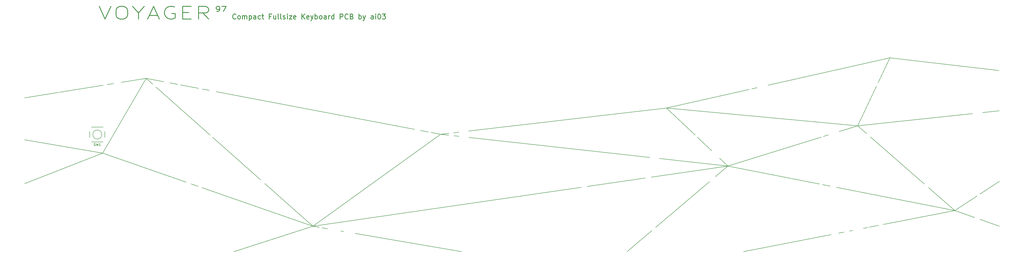
<source format=gto>
G04 #@! TF.GenerationSoftware,KiCad,Pcbnew,(5.0.0)*
G04 #@! TF.CreationDate,2018-11-09T00:57:33-08:00*
G04 #@! TF.ProjectId,Voyager97,566F796167657239372E6B696361645F,rev?*
G04 #@! TF.SameCoordinates,Original*
G04 #@! TF.FileFunction,Legend,Top*
G04 #@! TF.FilePolarity,Positive*
%FSLAX46Y46*%
G04 Gerber Fmt 4.6, Leading zero omitted, Abs format (unit mm)*
G04 Created by KiCad (PCBNEW (5.0.0)) date 11/09/18 00:57:33*
%MOMM*%
%LPD*%
G01*
G04 APERTURE LIST*
%ADD10C,0.200000*%
%ADD11C,0.300000*%
%ADD12C,0.150000*%
%ADD13C,2.150000*%
%ADD14C,4.387800*%
%ADD15C,3.448000*%
%ADD16C,2.200000*%
%ADD17O,1.400000X2.000000*%
%ADD18O,1.400000X2.500000*%
%ADD19C,1.050000*%
G04 APERTURE END LIST*
D10*
X403733000Y-130429000D02*
X421513000Y-136652000D01*
X403733000Y-130429000D02*
X421513000Y-118745000D01*
X403733000Y-130429000D02*
X319405000Y-146812000D01*
X364998000Y-96520000D02*
X403733000Y-130429000D01*
X313182000Y-112649000D02*
X403733000Y-130429000D01*
X313182000Y-112649000D02*
X364998000Y-96520000D01*
X288671000Y-89408000D02*
X364998000Y-96520000D01*
D11*
X116811904Y-53673285D02*
X116716666Y-53768523D01*
X116430952Y-53863761D01*
X116240476Y-53863761D01*
X115954761Y-53768523D01*
X115764285Y-53578047D01*
X115669047Y-53387571D01*
X115573809Y-53006619D01*
X115573809Y-52720904D01*
X115669047Y-52339952D01*
X115764285Y-52149476D01*
X115954761Y-51959000D01*
X116240476Y-51863761D01*
X116430952Y-51863761D01*
X116716666Y-51959000D01*
X116811904Y-52054238D01*
X117954761Y-53863761D02*
X117764285Y-53768523D01*
X117669047Y-53673285D01*
X117573809Y-53482809D01*
X117573809Y-52911380D01*
X117669047Y-52720904D01*
X117764285Y-52625666D01*
X117954761Y-52530428D01*
X118240476Y-52530428D01*
X118430952Y-52625666D01*
X118526190Y-52720904D01*
X118621428Y-52911380D01*
X118621428Y-53482809D01*
X118526190Y-53673285D01*
X118430952Y-53768523D01*
X118240476Y-53863761D01*
X117954761Y-53863761D01*
X119478571Y-53863761D02*
X119478571Y-52530428D01*
X119478571Y-52720904D02*
X119573809Y-52625666D01*
X119764285Y-52530428D01*
X120049999Y-52530428D01*
X120240476Y-52625666D01*
X120335714Y-52816142D01*
X120335714Y-53863761D01*
X120335714Y-52816142D02*
X120430952Y-52625666D01*
X120621428Y-52530428D01*
X120907142Y-52530428D01*
X121097619Y-52625666D01*
X121192857Y-52816142D01*
X121192857Y-53863761D01*
X122145238Y-52530428D02*
X122145238Y-54530428D01*
X122145238Y-52625666D02*
X122335714Y-52530428D01*
X122716666Y-52530428D01*
X122907142Y-52625666D01*
X123002380Y-52720904D01*
X123097619Y-52911380D01*
X123097619Y-53482809D01*
X123002380Y-53673285D01*
X122907142Y-53768523D01*
X122716666Y-53863761D01*
X122335714Y-53863761D01*
X122145238Y-53768523D01*
X124811904Y-53863761D02*
X124811904Y-52816142D01*
X124716666Y-52625666D01*
X124526190Y-52530428D01*
X124145238Y-52530428D01*
X123954761Y-52625666D01*
X124811904Y-53768523D02*
X124621428Y-53863761D01*
X124145238Y-53863761D01*
X123954761Y-53768523D01*
X123859523Y-53578047D01*
X123859523Y-53387571D01*
X123954761Y-53197095D01*
X124145238Y-53101857D01*
X124621428Y-53101857D01*
X124811904Y-53006619D01*
X126621428Y-53768523D02*
X126430952Y-53863761D01*
X126049999Y-53863761D01*
X125859523Y-53768523D01*
X125764285Y-53673285D01*
X125669047Y-53482809D01*
X125669047Y-52911380D01*
X125764285Y-52720904D01*
X125859523Y-52625666D01*
X126049999Y-52530428D01*
X126430952Y-52530428D01*
X126621428Y-52625666D01*
X127192857Y-52530428D02*
X127954761Y-52530428D01*
X127478571Y-51863761D02*
X127478571Y-53578047D01*
X127573809Y-53768523D01*
X127764285Y-53863761D01*
X127954761Y-53863761D01*
X130811904Y-52816142D02*
X130145238Y-52816142D01*
X130145238Y-53863761D02*
X130145238Y-51863761D01*
X131097619Y-51863761D01*
X132716666Y-52530428D02*
X132716666Y-53863761D01*
X131859523Y-52530428D02*
X131859523Y-53578047D01*
X131954761Y-53768523D01*
X132145238Y-53863761D01*
X132430952Y-53863761D01*
X132621428Y-53768523D01*
X132716666Y-53673285D01*
X133954761Y-53863761D02*
X133764285Y-53768523D01*
X133669047Y-53578047D01*
X133669047Y-51863761D01*
X135002380Y-53863761D02*
X134811904Y-53768523D01*
X134716666Y-53578047D01*
X134716666Y-51863761D01*
X135669047Y-53768523D02*
X135859523Y-53863761D01*
X136240476Y-53863761D01*
X136430952Y-53768523D01*
X136526190Y-53578047D01*
X136526190Y-53482809D01*
X136430952Y-53292333D01*
X136240476Y-53197095D01*
X135954761Y-53197095D01*
X135764285Y-53101857D01*
X135669047Y-52911380D01*
X135669047Y-52816142D01*
X135764285Y-52625666D01*
X135954761Y-52530428D01*
X136240476Y-52530428D01*
X136430952Y-52625666D01*
X137383333Y-53863761D02*
X137383333Y-52530428D01*
X137383333Y-51863761D02*
X137288095Y-51959000D01*
X137383333Y-52054238D01*
X137478571Y-51959000D01*
X137383333Y-51863761D01*
X137383333Y-52054238D01*
X138145238Y-52530428D02*
X139192857Y-52530428D01*
X138145238Y-53863761D01*
X139192857Y-53863761D01*
X140716666Y-53768523D02*
X140526190Y-53863761D01*
X140145238Y-53863761D01*
X139954761Y-53768523D01*
X139859523Y-53578047D01*
X139859523Y-52816142D01*
X139954761Y-52625666D01*
X140145238Y-52530428D01*
X140526190Y-52530428D01*
X140716666Y-52625666D01*
X140811904Y-52816142D01*
X140811904Y-53006619D01*
X139859523Y-53197095D01*
X143192857Y-53863761D02*
X143192857Y-51863761D01*
X144335714Y-53863761D02*
X143478571Y-52720904D01*
X144335714Y-51863761D02*
X143192857Y-53006619D01*
X145954761Y-53768523D02*
X145764285Y-53863761D01*
X145383333Y-53863761D01*
X145192857Y-53768523D01*
X145097619Y-53578047D01*
X145097619Y-52816142D01*
X145192857Y-52625666D01*
X145383333Y-52530428D01*
X145764285Y-52530428D01*
X145954761Y-52625666D01*
X146050000Y-52816142D01*
X146050000Y-53006619D01*
X145097619Y-53197095D01*
X146716666Y-52530428D02*
X147192857Y-53863761D01*
X147669047Y-52530428D02*
X147192857Y-53863761D01*
X147002380Y-54339952D01*
X146907142Y-54435190D01*
X146716666Y-54530428D01*
X148430952Y-53863761D02*
X148430952Y-51863761D01*
X148430952Y-52625666D02*
X148621428Y-52530428D01*
X149002380Y-52530428D01*
X149192857Y-52625666D01*
X149288095Y-52720904D01*
X149383333Y-52911380D01*
X149383333Y-53482809D01*
X149288095Y-53673285D01*
X149192857Y-53768523D01*
X149002380Y-53863761D01*
X148621428Y-53863761D01*
X148430952Y-53768523D01*
X150526190Y-53863761D02*
X150335714Y-53768523D01*
X150240476Y-53673285D01*
X150145238Y-53482809D01*
X150145238Y-52911380D01*
X150240476Y-52720904D01*
X150335714Y-52625666D01*
X150526190Y-52530428D01*
X150811904Y-52530428D01*
X151002380Y-52625666D01*
X151097619Y-52720904D01*
X151192857Y-52911380D01*
X151192857Y-53482809D01*
X151097619Y-53673285D01*
X151002380Y-53768523D01*
X150811904Y-53863761D01*
X150526190Y-53863761D01*
X152907142Y-53863761D02*
X152907142Y-52816142D01*
X152811904Y-52625666D01*
X152621428Y-52530428D01*
X152240476Y-52530428D01*
X152050000Y-52625666D01*
X152907142Y-53768523D02*
X152716666Y-53863761D01*
X152240476Y-53863761D01*
X152050000Y-53768523D01*
X151954761Y-53578047D01*
X151954761Y-53387571D01*
X152050000Y-53197095D01*
X152240476Y-53101857D01*
X152716666Y-53101857D01*
X152907142Y-53006619D01*
X153859523Y-53863761D02*
X153859523Y-52530428D01*
X153859523Y-52911380D02*
X153954761Y-52720904D01*
X154049999Y-52625666D01*
X154240476Y-52530428D01*
X154430952Y-52530428D01*
X155954761Y-53863761D02*
X155954761Y-51863761D01*
X155954761Y-53768523D02*
X155764285Y-53863761D01*
X155383333Y-53863761D01*
X155192857Y-53768523D01*
X155097619Y-53673285D01*
X155002380Y-53482809D01*
X155002380Y-52911380D01*
X155097619Y-52720904D01*
X155192857Y-52625666D01*
X155383333Y-52530428D01*
X155764285Y-52530428D01*
X155954761Y-52625666D01*
X158430952Y-53863761D02*
X158430952Y-51863761D01*
X159192857Y-51863761D01*
X159383333Y-51959000D01*
X159478571Y-52054238D01*
X159573809Y-52244714D01*
X159573809Y-52530428D01*
X159478571Y-52720904D01*
X159383333Y-52816142D01*
X159192857Y-52911380D01*
X158430952Y-52911380D01*
X161573809Y-53673285D02*
X161478571Y-53768523D01*
X161192857Y-53863761D01*
X161002380Y-53863761D01*
X160716666Y-53768523D01*
X160526190Y-53578047D01*
X160430952Y-53387571D01*
X160335714Y-53006619D01*
X160335714Y-52720904D01*
X160430952Y-52339952D01*
X160526190Y-52149476D01*
X160716666Y-51959000D01*
X161002380Y-51863761D01*
X161192857Y-51863761D01*
X161478571Y-51959000D01*
X161573809Y-52054238D01*
X163097619Y-52816142D02*
X163383333Y-52911380D01*
X163478571Y-53006619D01*
X163573809Y-53197095D01*
X163573809Y-53482809D01*
X163478571Y-53673285D01*
X163383333Y-53768523D01*
X163192857Y-53863761D01*
X162430952Y-53863761D01*
X162430952Y-51863761D01*
X163097619Y-51863761D01*
X163288095Y-51959000D01*
X163383333Y-52054238D01*
X163478571Y-52244714D01*
X163478571Y-52435190D01*
X163383333Y-52625666D01*
X163288095Y-52720904D01*
X163097619Y-52816142D01*
X162430952Y-52816142D01*
X165954761Y-53863761D02*
X165954761Y-51863761D01*
X165954761Y-52625666D02*
X166145238Y-52530428D01*
X166526190Y-52530428D01*
X166716666Y-52625666D01*
X166811904Y-52720904D01*
X166907142Y-52911380D01*
X166907142Y-53482809D01*
X166811904Y-53673285D01*
X166716666Y-53768523D01*
X166526190Y-53863761D01*
X166145238Y-53863761D01*
X165954761Y-53768523D01*
X167573809Y-52530428D02*
X168049999Y-53863761D01*
X168526190Y-52530428D02*
X168049999Y-53863761D01*
X167859523Y-54339952D01*
X167764285Y-54435190D01*
X167573809Y-54530428D01*
X171669047Y-53863761D02*
X171669047Y-52816142D01*
X171573809Y-52625666D01*
X171383333Y-52530428D01*
X171002380Y-52530428D01*
X170811904Y-52625666D01*
X171669047Y-53768523D02*
X171478571Y-53863761D01*
X171002380Y-53863761D01*
X170811904Y-53768523D01*
X170716666Y-53578047D01*
X170716666Y-53387571D01*
X170811904Y-53197095D01*
X171002380Y-53101857D01*
X171478571Y-53101857D01*
X171669047Y-53006619D01*
X172621428Y-53863761D02*
X172621428Y-52530428D01*
X172621428Y-51863761D02*
X172526190Y-51959000D01*
X172621428Y-52054238D01*
X172716666Y-51959000D01*
X172621428Y-51863761D01*
X172621428Y-52054238D01*
X173954761Y-51863761D02*
X174145238Y-51863761D01*
X174335714Y-51959000D01*
X174430952Y-52054238D01*
X174526190Y-52244714D01*
X174621428Y-52625666D01*
X174621428Y-53101857D01*
X174526190Y-53482809D01*
X174430952Y-53673285D01*
X174335714Y-53768523D01*
X174145238Y-53863761D01*
X173954761Y-53863761D01*
X173764285Y-53768523D01*
X173669047Y-53673285D01*
X173573809Y-53482809D01*
X173478571Y-53101857D01*
X173478571Y-52625666D01*
X173573809Y-52244714D01*
X173669047Y-52054238D01*
X173764285Y-51959000D01*
X173954761Y-51863761D01*
X175288095Y-51863761D02*
X176526190Y-51863761D01*
X175859523Y-52625666D01*
X176145238Y-52625666D01*
X176335714Y-52720904D01*
X176430952Y-52816142D01*
X176526190Y-53006619D01*
X176526190Y-53482809D01*
X176430952Y-53673285D01*
X176335714Y-53768523D01*
X176145238Y-53863761D01*
X175573809Y-53863761D01*
X175383333Y-53768523D01*
X175288095Y-53673285D01*
D10*
X364998000Y-96520000D02*
X377825000Y-69342000D01*
D11*
X109204333Y-50815761D02*
X109680523Y-50815761D01*
X109918619Y-50720523D01*
X110037666Y-50625285D01*
X110275761Y-50339571D01*
X110394809Y-49958619D01*
X110394809Y-49196714D01*
X110275761Y-49006238D01*
X110156714Y-48911000D01*
X109918619Y-48815761D01*
X109442428Y-48815761D01*
X109204333Y-48911000D01*
X109085285Y-49006238D01*
X108966238Y-49196714D01*
X108966238Y-49672904D01*
X109085285Y-49863380D01*
X109204333Y-49958619D01*
X109442428Y-50053857D01*
X109918619Y-50053857D01*
X110156714Y-49958619D01*
X110275761Y-49863380D01*
X110394809Y-49672904D01*
X111228142Y-48815761D02*
X112894809Y-48815761D01*
X111823380Y-50815761D01*
X62288333Y-48823904D02*
X64621666Y-53823904D01*
X66955000Y-48823904D01*
X70621666Y-48823904D02*
X71955000Y-48823904D01*
X72621666Y-49062000D01*
X73288333Y-49538190D01*
X73621666Y-50490571D01*
X73621666Y-52157238D01*
X73288333Y-53109619D01*
X72621666Y-53585809D01*
X71955000Y-53823904D01*
X70621666Y-53823904D01*
X69955000Y-53585809D01*
X69288333Y-53109619D01*
X68955000Y-52157238D01*
X68955000Y-50490571D01*
X69288333Y-49538190D01*
X69955000Y-49062000D01*
X70621666Y-48823904D01*
X77955000Y-51442952D02*
X77955000Y-53823904D01*
X75621666Y-48823904D02*
X77955000Y-51442952D01*
X80288333Y-48823904D01*
X82288333Y-52395333D02*
X85621666Y-52395333D01*
X81621666Y-53823904D02*
X83955000Y-48823904D01*
X86288333Y-53823904D01*
X92288333Y-49062000D02*
X91621666Y-48823904D01*
X90621666Y-48823904D01*
X89621666Y-49062000D01*
X88955000Y-49538190D01*
X88621666Y-50014380D01*
X88288333Y-50966761D01*
X88288333Y-51681047D01*
X88621666Y-52633428D01*
X88955000Y-53109619D01*
X89621666Y-53585809D01*
X90621666Y-53823904D01*
X91288333Y-53823904D01*
X92288333Y-53585809D01*
X92621666Y-53347714D01*
X92621666Y-51681047D01*
X91288333Y-51681047D01*
X95621666Y-51204857D02*
X97955000Y-51204857D01*
X98955000Y-53823904D02*
X95621666Y-53823904D01*
X95621666Y-48823904D01*
X98955000Y-48823904D01*
X105955000Y-53823904D02*
X103621666Y-51442952D01*
X101955000Y-53823904D02*
X101955000Y-48823904D01*
X104621666Y-48823904D01*
X105288333Y-49062000D01*
X105621666Y-49300095D01*
X105955000Y-49776285D01*
X105955000Y-50490571D01*
X105621666Y-50966761D01*
X105288333Y-51204857D01*
X104621666Y-51442952D01*
X101955000Y-51442952D01*
D10*
X364998000Y-96520000D02*
X421513000Y-90551000D01*
X377825000Y-69342000D02*
X421386000Y-74422000D01*
X288671000Y-89408000D02*
X377825000Y-69342000D01*
X313182000Y-112649000D02*
X272923000Y-146812000D01*
X313182000Y-112649000D02*
X198501000Y-99949000D01*
X147574000Y-136652000D02*
X206883000Y-146812000D01*
X147574000Y-136652000D02*
X313182000Y-112649000D01*
X288671000Y-89408000D02*
X313182000Y-112649000D01*
X198501000Y-99949000D02*
X288671000Y-89408000D01*
X198501000Y-99949000D02*
X81026000Y-77597000D01*
X147574000Y-136652000D02*
X198501000Y-99949000D01*
X81026000Y-77597000D02*
X147574000Y-136652000D01*
X147574000Y-136652000D02*
X116078000Y-146812000D01*
X63627000Y-107442000D02*
X147574000Y-136652000D01*
X63627000Y-107442000D02*
X32512000Y-119634000D01*
X63627000Y-107442000D02*
X32512000Y-102108000D01*
X81026000Y-77597000D02*
X63627000Y-107442000D01*
X32512000Y-85344000D02*
X81026000Y-77597000D01*
D12*
G04 #@! TO.C,SW1*
X63311676Y-100012500D02*
G75*
G03X63311676Y-100012500I-1796051J0D01*
G01*
X58515625Y-103012500D02*
X58515625Y-97012500D01*
X64515625Y-103012500D02*
X58515625Y-103012500D01*
X64515625Y-97012500D02*
X64515625Y-103012500D01*
X58515625Y-97012500D02*
X64515625Y-97012500D01*
X60182291Y-104481261D02*
X60325148Y-104528880D01*
X60563244Y-104528880D01*
X60658482Y-104481261D01*
X60706101Y-104433642D01*
X60753720Y-104338404D01*
X60753720Y-104243166D01*
X60706101Y-104147928D01*
X60658482Y-104100309D01*
X60563244Y-104052690D01*
X60372767Y-104005071D01*
X60277529Y-103957452D01*
X60229910Y-103909833D01*
X60182291Y-103814595D01*
X60182291Y-103719357D01*
X60229910Y-103624119D01*
X60277529Y-103576500D01*
X60372767Y-103528880D01*
X60610863Y-103528880D01*
X60753720Y-103576500D01*
X61087053Y-103528880D02*
X61325148Y-104528880D01*
X61515625Y-103814595D01*
X61706101Y-104528880D01*
X61944196Y-103528880D01*
X62848958Y-104528880D02*
X62277529Y-104528880D01*
X62563244Y-104528880D02*
X62563244Y-103528880D01*
X62468005Y-103671738D01*
X62372767Y-103766976D01*
X62277529Y-103814595D01*
G04 #@! TD*
%LPC*%
D13*
G04 #@! TO.C,MX_E1*
X113030000Y-80962500D03*
X102870000Y-80962500D03*
D14*
X107950000Y-80962500D03*
G04 #@! TD*
G04 #@! TO.C,BS2*
X307975000Y-61912500D03*
D13*
X302895000Y-61912500D03*
X313055000Y-61912500D03*
G04 #@! TD*
D14*
G04 #@! TO.C,BS1-1*
X298450000Y-61912500D03*
D13*
X293370000Y-61912500D03*
X303530000Y-61912500D03*
D15*
X286512000Y-54927500D03*
X310388000Y-54927500D03*
D14*
X286512000Y-70167500D03*
X310388000Y-70167500D03*
G04 #@! TD*
D13*
G04 #@! TO.C,BS1-2*
X294005000Y-61912500D03*
X283845000Y-61912500D03*
D14*
X288925000Y-61912500D03*
G04 #@! TD*
D13*
G04 #@! TO.C,CL1-1*
X53498750Y-100012500D03*
X43338750Y-100012500D03*
D14*
X48418750Y-100012500D03*
G04 #@! TD*
G04 #@! TO.C,CL1-2*
X43656250Y-100012500D03*
D13*
X38576250Y-100012500D03*
X48736250Y-100012500D03*
G04 #@! TD*
D14*
G04 #@! TO.C,LM1-1*
X43656250Y-138112500D03*
D13*
X38576250Y-138112500D03*
X48736250Y-138112500D03*
G04 #@! TD*
G04 #@! TO.C,LM1-2*
X51117500Y-138112500D03*
X40957500Y-138112500D03*
D14*
X46037500Y-138112500D03*
G04 #@! TD*
D13*
G04 #@! TO.C,LM2-1*
X72548750Y-138112500D03*
X62388750Y-138112500D03*
D14*
X67468750Y-138112500D03*
G04 #@! TD*
G04 #@! TO.C,LM3-1*
X91281250Y-138112500D03*
D13*
X86201250Y-138112500D03*
X96361250Y-138112500D03*
G04 #@! TD*
D14*
G04 #@! TO.C,LS1-1*
X65119250Y-127317500D03*
X41243250Y-127317500D03*
D15*
X65119250Y-112077500D03*
X41243250Y-112077500D03*
D13*
X58261250Y-119062500D03*
X48101250Y-119062500D03*
D14*
X53181250Y-119062500D03*
G04 #@! TD*
G04 #@! TO.C,MX_\002C1*
X217487500Y-119062500D03*
D13*
X212407500Y-119062500D03*
X222567500Y-119062500D03*
G04 #@! TD*
G04 #@! TO.C,MX_.1*
X241617500Y-119062500D03*
X231457500Y-119062500D03*
D14*
X236537500Y-119062500D03*
G04 #@! TD*
D13*
G04 #@! TO.C,MX_#1*
X65405000Y-61912500D03*
X55245000Y-61912500D03*
D14*
X60325000Y-61912500D03*
G04 #@! TD*
G04 #@! TO.C,MX_#2*
X79375000Y-61912500D03*
D13*
X74295000Y-61912500D03*
X84455000Y-61912500D03*
G04 #@! TD*
D14*
G04 #@! TO.C,MX_#3*
X98425000Y-61912500D03*
D13*
X93345000Y-61912500D03*
X103505000Y-61912500D03*
G04 #@! TD*
G04 #@! TO.C,MX_#4*
X122555000Y-61912500D03*
X112395000Y-61912500D03*
D14*
X117475000Y-61912500D03*
G04 #@! TD*
G04 #@! TO.C,MX_#5*
X136525000Y-61912500D03*
D13*
X131445000Y-61912500D03*
X141605000Y-61912500D03*
G04 #@! TD*
D14*
G04 #@! TO.C,MX_#6*
X155575000Y-61912500D03*
D13*
X150495000Y-61912500D03*
X160655000Y-61912500D03*
G04 #@! TD*
G04 #@! TO.C,MX_#7*
X179705000Y-61912500D03*
X169545000Y-61912500D03*
D14*
X174625000Y-61912500D03*
G04 #@! TD*
D13*
G04 #@! TO.C,MX_#8*
X198755000Y-61912500D03*
X188595000Y-61912500D03*
D14*
X193675000Y-61912500D03*
G04 #@! TD*
D13*
G04 #@! TO.C,MX_#9*
X217805000Y-61912500D03*
X207645000Y-61912500D03*
D14*
X212725000Y-61912500D03*
G04 #@! TD*
D13*
G04 #@! TO.C,MX_#0_1*
X236855000Y-61912500D03*
X226695000Y-61912500D03*
D14*
X231775000Y-61912500D03*
G04 #@! TD*
D13*
G04 #@! TO.C,MX_'1*
X270192500Y-100012500D03*
X260032500Y-100012500D03*
D14*
X265112500Y-100012500D03*
G04 #@! TD*
G04 #@! TO.C,MX_-1*
X250825000Y-61912500D03*
D13*
X245745000Y-61912500D03*
X255905000Y-61912500D03*
G04 #@! TD*
G04 #@! TO.C,MX_/1*
X260667500Y-119062500D03*
X250507500Y-119062500D03*
D14*
X255587500Y-119062500D03*
G04 #@! TD*
D13*
G04 #@! TO.C,MX_;1*
X251142500Y-100012500D03*
X240982500Y-100012500D03*
D14*
X246062500Y-100012500D03*
G04 #@! TD*
G04 #@! TO.C,MX_=1*
X269875000Y-61912500D03*
D13*
X264795000Y-61912500D03*
X274955000Y-61912500D03*
G04 #@! TD*
D14*
G04 #@! TO.C,MX_[1*
X260350000Y-80962500D03*
D13*
X255270000Y-80962500D03*
X265430000Y-80962500D03*
G04 #@! TD*
G04 #@! TO.C,MX_\005C1*
X308292500Y-80962500D03*
X298132500Y-80962500D03*
D14*
X303212500Y-80962500D03*
G04 #@! TD*
G04 #@! TO.C,MX_]1*
X279400000Y-80962500D03*
D13*
X274320000Y-80962500D03*
X284480000Y-80962500D03*
G04 #@! TD*
D14*
G04 #@! TO.C,MX_`1*
X41275000Y-61912500D03*
D13*
X36195000Y-61912500D03*
X46355000Y-61912500D03*
G04 #@! TD*
D14*
G04 #@! TO.C,MX_A1*
X74612500Y-100012500D03*
D13*
X69532500Y-100012500D03*
X79692500Y-100012500D03*
G04 #@! TD*
D14*
G04 #@! TO.C,MX_B1*
X160337500Y-119062500D03*
D13*
X155257500Y-119062500D03*
X165417500Y-119062500D03*
G04 #@! TD*
D14*
G04 #@! TO.C,MX_C1*
X122237500Y-119062500D03*
D13*
X117157500Y-119062500D03*
X127317500Y-119062500D03*
G04 #@! TD*
G04 #@! TO.C,MX_D1*
X117792500Y-100012500D03*
X107632500Y-100012500D03*
D14*
X112712500Y-100012500D03*
G04 #@! TD*
G04 #@! TO.C,MX_DOWN1*
X307975000Y-138112500D03*
D13*
X302895000Y-138112500D03*
X313055000Y-138112500D03*
G04 #@! TD*
G04 #@! TO.C,MX_ESC1*
X46355000Y-33337500D03*
X36195000Y-33337500D03*
D14*
X41275000Y-33337500D03*
G04 #@! TD*
G04 #@! TO.C,MX_EX1*
X327025000Y-61912500D03*
D13*
X321945000Y-61912500D03*
X332105000Y-61912500D03*
G04 #@! TD*
D14*
G04 #@! TO.C,MX_EX2*
X327025000Y-80962500D03*
D13*
X321945000Y-80962500D03*
X332105000Y-80962500D03*
G04 #@! TD*
G04 #@! TO.C,MX_EX3*
X332105000Y-100012500D03*
X321945000Y-100012500D03*
D14*
X327025000Y-100012500D03*
G04 #@! TD*
D13*
G04 #@! TO.C,MX_EX4*
X332105000Y-119062500D03*
X321945000Y-119062500D03*
D14*
X327025000Y-119062500D03*
G04 #@! TD*
D13*
G04 #@! TO.C,MX_F1*
X136842500Y-100012500D03*
X126682500Y-100012500D03*
D14*
X131762500Y-100012500D03*
G04 #@! TD*
G04 #@! TO.C,MX_FN1*
X69850000Y-33337500D03*
D13*
X64770000Y-33337500D03*
X74930000Y-33337500D03*
G04 #@! TD*
D14*
G04 #@! TO.C,MX_FN2*
X88900000Y-33337500D03*
D13*
X83820000Y-33337500D03*
X93980000Y-33337500D03*
G04 #@! TD*
G04 #@! TO.C,MX_FN3*
X113030000Y-33337500D03*
X102870000Y-33337500D03*
D14*
X107950000Y-33337500D03*
G04 #@! TD*
D13*
G04 #@! TO.C,MX_FN4*
X132080000Y-33337500D03*
X121920000Y-33337500D03*
D14*
X127000000Y-33337500D03*
G04 #@! TD*
D13*
G04 #@! TO.C,MX_FN5*
X160655000Y-33337500D03*
X150495000Y-33337500D03*
D14*
X155575000Y-33337500D03*
G04 #@! TD*
G04 #@! TO.C,MX_FN6*
X174625000Y-33337500D03*
D13*
X169545000Y-33337500D03*
X179705000Y-33337500D03*
G04 #@! TD*
G04 #@! TO.C,MX_FN7*
X198755000Y-33337500D03*
X188595000Y-33337500D03*
D14*
X193675000Y-33337500D03*
G04 #@! TD*
G04 #@! TO.C,MX_FN8*
X212725000Y-33337500D03*
D13*
X207645000Y-33337500D03*
X217805000Y-33337500D03*
G04 #@! TD*
D14*
G04 #@! TO.C,MX_FN9*
X241300000Y-33337500D03*
D13*
X236220000Y-33337500D03*
X246380000Y-33337500D03*
G04 #@! TD*
D14*
G04 #@! TO.C,MX_FN10*
X260350000Y-33337500D03*
D13*
X255270000Y-33337500D03*
X265430000Y-33337500D03*
G04 #@! TD*
D14*
G04 #@! TO.C,MX_FN11*
X279400000Y-33337500D03*
D13*
X274320000Y-33337500D03*
X284480000Y-33337500D03*
G04 #@! TD*
D14*
G04 #@! TO.C,MX_FN12*
X298450000Y-33337500D03*
D13*
X293370000Y-33337500D03*
X303530000Y-33337500D03*
G04 #@! TD*
D14*
G04 #@! TO.C,MX_G1*
X150812500Y-100012500D03*
D13*
X145732500Y-100012500D03*
X155892500Y-100012500D03*
G04 #@! TD*
D14*
G04 #@! TO.C,MX_H1*
X169862500Y-100012500D03*
D13*
X164782500Y-100012500D03*
X174942500Y-100012500D03*
G04 #@! TD*
G04 #@! TO.C,MX_I1*
X208280000Y-80962500D03*
X198120000Y-80962500D03*
D14*
X203200000Y-80962500D03*
G04 #@! TD*
G04 #@! TO.C,MX_J1*
X188912500Y-100012500D03*
D13*
X183832500Y-100012500D03*
X193992500Y-100012500D03*
G04 #@! TD*
G04 #@! TO.C,MX_K1*
X213042500Y-100012500D03*
X202882500Y-100012500D03*
D14*
X207962500Y-100012500D03*
G04 #@! TD*
G04 #@! TO.C,MX_L1*
X227012500Y-100012500D03*
D13*
X221932500Y-100012500D03*
X232092500Y-100012500D03*
G04 #@! TD*
G04 #@! TO.C,MX_LEFT1*
X294005000Y-138112500D03*
X283845000Y-138112500D03*
D14*
X288925000Y-138112500D03*
G04 #@! TD*
D13*
G04 #@! TO.C,MX_M1*
X203517500Y-119062500D03*
X193357500Y-119062500D03*
D14*
X198437500Y-119062500D03*
G04 #@! TD*
D13*
G04 #@! TO.C,MX_N1*
X184467500Y-119062500D03*
X174307500Y-119062500D03*
D14*
X179387500Y-119062500D03*
G04 #@! TD*
G04 #@! TO.C,MX_NUM1*
X355600000Y-33337500D03*
D13*
X350520000Y-33337500D03*
X360680000Y-33337500D03*
G04 #@! TD*
G04 #@! TO.C,MX_NUM3*
X398780000Y-33337500D03*
X388620000Y-33337500D03*
D14*
X393700000Y-33337500D03*
G04 #@! TD*
D13*
G04 #@! TO.C,MX_NUM4*
X360680000Y-61912500D03*
X350520000Y-61912500D03*
D14*
X355600000Y-61912500D03*
G04 #@! TD*
G04 #@! TO.C,MX_NUM5*
X374650000Y-61912500D03*
D13*
X369570000Y-61912500D03*
X379730000Y-61912500D03*
G04 #@! TD*
D14*
G04 #@! TO.C,MX_NUM6*
X393700000Y-61912500D03*
D13*
X388620000Y-61912500D03*
X398780000Y-61912500D03*
G04 #@! TD*
G04 #@! TO.C,MX_NUM7*
X417830000Y-61912500D03*
X407670000Y-61912500D03*
D14*
X412750000Y-61912500D03*
G04 #@! TD*
G04 #@! TO.C,MX_NUM8*
X355600000Y-80962500D03*
D13*
X350520000Y-80962500D03*
X360680000Y-80962500D03*
G04 #@! TD*
G04 #@! TO.C,MX_NUM9*
X379730000Y-80962500D03*
X369570000Y-80962500D03*
D14*
X374650000Y-80962500D03*
G04 #@! TD*
D13*
G04 #@! TO.C,MX_NUM10*
X398780000Y-80962500D03*
X388620000Y-80962500D03*
D14*
X393700000Y-80962500D03*
G04 #@! TD*
G04 #@! TO.C,MX_NUM11*
X412750000Y-80962500D03*
D13*
X407670000Y-80962500D03*
X417830000Y-80962500D03*
G04 #@! TD*
D14*
G04 #@! TO.C,MX_NUM12*
X355600000Y-100012500D03*
D13*
X350520000Y-100012500D03*
X360680000Y-100012500D03*
G04 #@! TD*
D14*
G04 #@! TO.C,MX_NUM13*
X374650000Y-100012500D03*
D13*
X369570000Y-100012500D03*
X379730000Y-100012500D03*
G04 #@! TD*
D14*
G04 #@! TO.C,MX_NUM14*
X393700000Y-100012500D03*
D13*
X388620000Y-100012500D03*
X398780000Y-100012500D03*
G04 #@! TD*
G04 #@! TO.C,MX_NUM15*
X417830000Y-100012500D03*
X407670000Y-100012500D03*
D14*
X412750000Y-100012500D03*
G04 #@! TD*
G04 #@! TO.C,MX_NUM16*
X355600000Y-119062500D03*
D13*
X350520000Y-119062500D03*
X360680000Y-119062500D03*
G04 #@! TD*
D14*
G04 #@! TO.C,MX_NUM17*
X374650000Y-119062500D03*
D13*
X369570000Y-119062500D03*
X379730000Y-119062500D03*
G04 #@! TD*
G04 #@! TO.C,MX_NUM18*
X398780000Y-119062500D03*
X388620000Y-119062500D03*
D14*
X393700000Y-119062500D03*
G04 #@! TD*
G04 #@! TO.C,MX_NUM19*
X412750000Y-119062500D03*
D13*
X407670000Y-119062500D03*
X417830000Y-119062500D03*
G04 #@! TD*
D14*
G04 #@! TO.C,MX_NUM20*
X355600000Y-138112500D03*
D13*
X350520000Y-138112500D03*
X360680000Y-138112500D03*
G04 #@! TD*
G04 #@! TO.C,MX_NUM21*
X379730000Y-138112500D03*
X369570000Y-138112500D03*
D14*
X374650000Y-138112500D03*
G04 #@! TD*
D13*
G04 #@! TO.C,MX_NUM22*
X398780000Y-138112500D03*
X388620000Y-138112500D03*
D14*
X393700000Y-138112500D03*
G04 #@! TD*
G04 #@! TO.C,MX_NUM23*
X412750000Y-138112500D03*
D13*
X407670000Y-138112500D03*
X417830000Y-138112500D03*
G04 #@! TD*
G04 #@! TO.C,MX_NUM24*
X417830000Y-33337500D03*
X407670000Y-33337500D03*
D14*
X412750000Y-33337500D03*
G04 #@! TD*
G04 #@! TO.C,MX_NUMEXT2*
X404495000Y-78549500D03*
X404495000Y-102425500D03*
D15*
X419735000Y-78549500D03*
X419735000Y-102425500D03*
D13*
X412750000Y-85407500D03*
X412750000Y-95567500D03*
D14*
X412750000Y-90487500D03*
G04 #@! TD*
G04 #@! TO.C,MX_NUMEXT4*
X412750000Y-128587500D03*
D13*
X412750000Y-133667500D03*
X412750000Y-123507500D03*
D15*
X419735000Y-140525500D03*
X419735000Y-116649500D03*
D14*
X404495000Y-140525500D03*
X404495000Y-116649500D03*
G04 #@! TD*
G04 #@! TO.C,MX_NUMEXT5*
X365125000Y-138112500D03*
D13*
X360045000Y-138112500D03*
X370205000Y-138112500D03*
D15*
X353187000Y-145097500D03*
X377063000Y-145097500D03*
D14*
X353187000Y-129857500D03*
X377063000Y-129857500D03*
G04 #@! TD*
G04 #@! TO.C,MX_O1*
X222250000Y-80962500D03*
D13*
X217170000Y-80962500D03*
X227330000Y-80962500D03*
G04 #@! TD*
G04 #@! TO.C,MX_P1*
X246380000Y-80962500D03*
X236220000Y-80962500D03*
D14*
X241300000Y-80962500D03*
G04 #@! TD*
D13*
G04 #@! TO.C,MX_Q1*
X74930000Y-80962500D03*
X64770000Y-80962500D03*
D14*
X69850000Y-80962500D03*
G04 #@! TD*
G04 #@! TO.C,MX_R1*
X127000000Y-80962500D03*
D13*
X121920000Y-80962500D03*
X132080000Y-80962500D03*
G04 #@! TD*
G04 #@! TO.C,MX_RESET1*
X332105000Y-33337500D03*
X321945000Y-33337500D03*
D14*
X327025000Y-33337500D03*
G04 #@! TD*
G04 #@! TO.C,MX_RETURN1*
X296068750Y-100012500D03*
D13*
X290988750Y-100012500D03*
X301148750Y-100012500D03*
D15*
X284130750Y-93027500D03*
X308006750Y-93027500D03*
D14*
X284130750Y-108267500D03*
X308006750Y-108267500D03*
G04 #@! TD*
G04 #@! TO.C,MX_RIGHT1*
X327025000Y-138112500D03*
D13*
X321945000Y-138112500D03*
X332105000Y-138112500D03*
G04 #@! TD*
D14*
G04 #@! TO.C,MX_RSHIFT1*
X281781250Y-119062500D03*
D13*
X276701250Y-119062500D03*
X286861250Y-119062500D03*
G04 #@! TD*
G04 #@! TO.C,MX_S1*
X98742500Y-100012500D03*
X88582500Y-100012500D03*
D14*
X93662500Y-100012500D03*
G04 #@! TD*
D13*
G04 #@! TO.C,MX_T1*
X151130000Y-80962500D03*
X140970000Y-80962500D03*
D14*
X146050000Y-80962500D03*
G04 #@! TD*
G04 #@! TO.C,MX_TAB1*
X46037500Y-80962500D03*
D13*
X40957500Y-80962500D03*
X51117500Y-80962500D03*
G04 #@! TD*
D14*
G04 #@! TO.C,MX_U1*
X184150000Y-80962500D03*
D13*
X179070000Y-80962500D03*
X189230000Y-80962500D03*
G04 #@! TD*
D14*
G04 #@! TO.C,MX_UP1*
X307975000Y-119062500D03*
D13*
X302895000Y-119062500D03*
X313055000Y-119062500D03*
G04 #@! TD*
G04 #@! TO.C,MX_V1*
X146367500Y-119062500D03*
X136207500Y-119062500D03*
D14*
X141287500Y-119062500D03*
G04 #@! TD*
D13*
G04 #@! TO.C,MX_W1*
X93980000Y-80962500D03*
X83820000Y-80962500D03*
D14*
X88900000Y-80962500D03*
G04 #@! TD*
D13*
G04 #@! TO.C,MX_X1*
X108267500Y-119062500D03*
X98107500Y-119062500D03*
D14*
X103187500Y-119062500D03*
G04 #@! TD*
G04 #@! TO.C,MX_Y1*
X165100000Y-80962500D03*
D13*
X160020000Y-80962500D03*
X170180000Y-80962500D03*
G04 #@! TD*
G04 #@! TO.C,MX_Z1*
X89217500Y-119062500D03*
X79057500Y-119062500D03*
D14*
X84137500Y-119062500D03*
G04 #@! TD*
G04 #@! TO.C,RM1-1*
X231775000Y-138112500D03*
D13*
X226695000Y-138112500D03*
X236855000Y-138112500D03*
G04 #@! TD*
D14*
G04 #@! TO.C,RM1-2*
X236537500Y-138112500D03*
D13*
X231457500Y-138112500D03*
X241617500Y-138112500D03*
G04 #@! TD*
G04 #@! TO.C,RM2-1*
X255905000Y-138112500D03*
X245745000Y-138112500D03*
D14*
X250825000Y-138112500D03*
G04 #@! TD*
D13*
G04 #@! TO.C,RM3-1*
X274955000Y-138112500D03*
X264795000Y-138112500D03*
D14*
X269875000Y-138112500D03*
G04 #@! TD*
D13*
G04 #@! TO.C,RM3-2*
X270192500Y-138112500D03*
X260032500Y-138112500D03*
D14*
X265112500Y-138112500D03*
G04 #@! TD*
G04 #@! TO.C,SP1*
X162718750Y-138112500D03*
D13*
X157638750Y-138112500D03*
X167798750Y-138112500D03*
D15*
X112718850Y-145097500D03*
X212718650Y-145097500D03*
D14*
X112718850Y-129857500D03*
X212718650Y-129857500D03*
G04 #@! TD*
G04 #@! TO.C,SP2*
X155575000Y-138112500D03*
D13*
X150495000Y-138112500D03*
X160655000Y-138112500D03*
D15*
X98425000Y-145097500D03*
X212725000Y-145097500D03*
D14*
X98425000Y-129857500D03*
X212725000Y-129857500D03*
G04 #@! TD*
D16*
G04 #@! TO.C,SW1*
X64765625Y-97762500D03*
X58265625Y-102262500D03*
X64765625Y-102262500D03*
X58265625Y-97762500D03*
G04 #@! TD*
D17*
G04 #@! TO.C,USB1*
X345632500Y-25618750D03*
X336992500Y-25618750D03*
D18*
X345632500Y-29798750D03*
X336992500Y-29798750D03*
D19*
X338422500Y-29268750D03*
X344202500Y-29268750D03*
G04 #@! TD*
D14*
G04 #@! TO.C,LM3-2*
X74612500Y-138112500D03*
D13*
X69532500Y-138112500D03*
X79692500Y-138112500D03*
G04 #@! TD*
D14*
G04 #@! TO.C,MX_NUM2*
X374650000Y-33337500D03*
D13*
X369570000Y-33337500D03*
X379730000Y-33337500D03*
G04 #@! TD*
M02*

</source>
